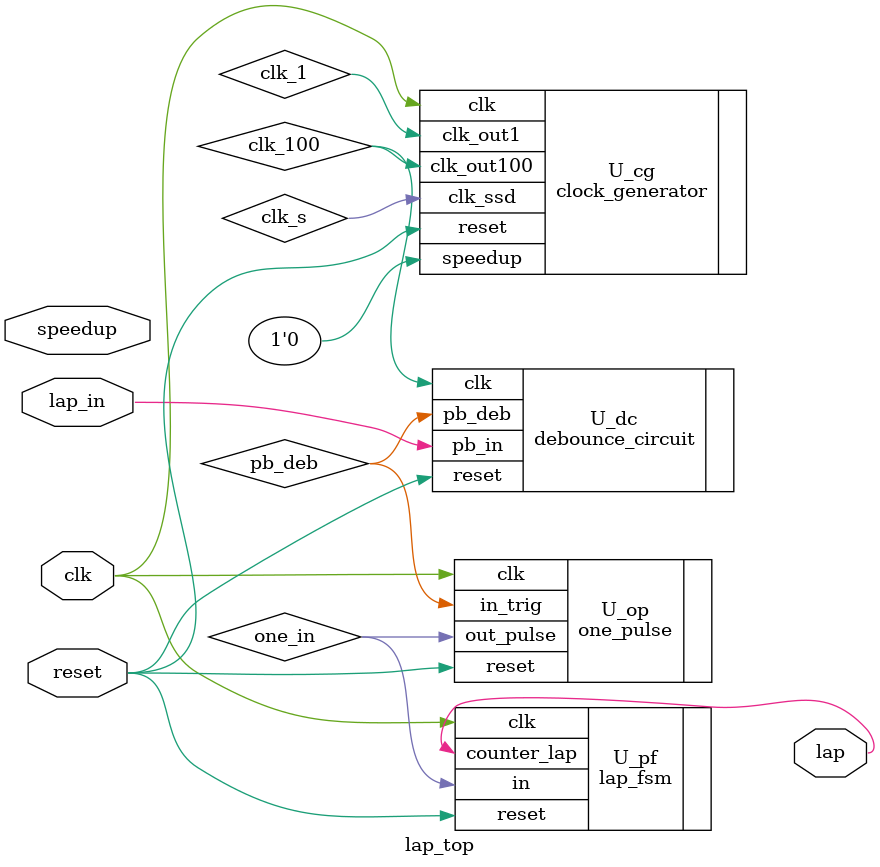
<source format=v>
module lap_top(
    clk, // Clock from crystal
    reset, //active low reset
    speedup,
    lap_in, //push button input
    lap
);
// Declare I/Os
input clk; // Clock from crystal
input reset; //active low reset
input speedup;
input lap_in; //push button input
output lap;
// Declare internal nodes
wire pb_deb, clk_1, clk_100, clk_s, one_in; // push button debounced out
// Clock generator module
clock_generator U_cg(
    .clk(clk), // clock from crystal
    .reset(reset), // active low reset
    .speedup(1'b0),
    .clk_out1(clk_1), // generated 1 Hz clock
    .clk_out100(clk_100), // generated 100 Hz clock
    .clk_ssd(clk_s)
);
// debounce circuit
debounce_circuit U_dc(
    .clk(clk_100), // clock control
    .reset(reset), // reset
    .pb_in(lap_in), //push button input
    .pb_deb(pb_deb) // debounced push button out
);
   // 1 pulse generation circuit
one_pulse U_op(
    .clk(clk), // clock input
    .reset(reset), //active low reset
    .in_trig(pb_deb), // input trigger
    .out_pulse(one_in) // output one pulse
);
lap_fsm U_pf(
    .clk(clk),
    .reset(reset),
    .in(one_in),
    .counter_lap(lap)
);
endmodule
   
</source>
